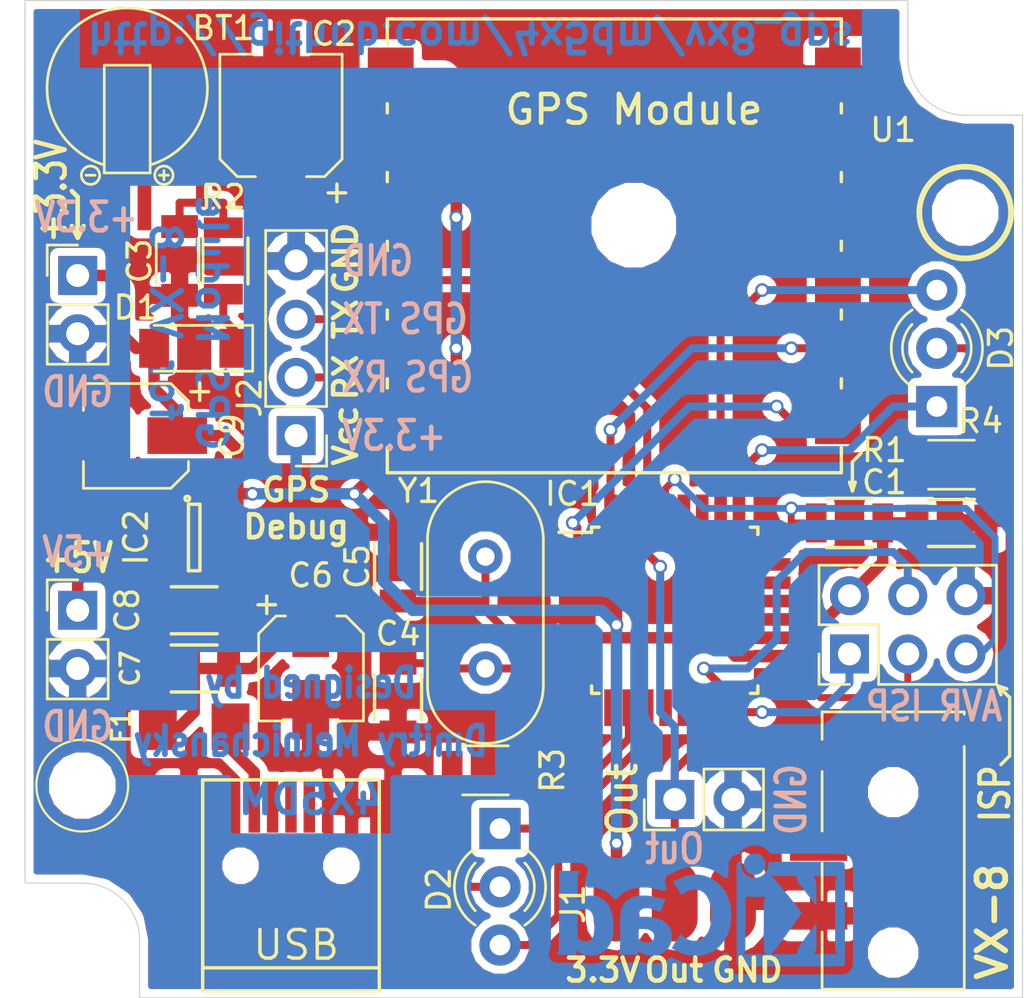
<source format=kicad_pcb>
(kicad_pcb (version 4) (host pcbnew 4.0.6)
  (layers (0 F.Cu signal) (31 B.Cu signal) (34 B.Paste user) (35 F.Paste user) (36 B.SilkS user) (37 F.SilkS user) (38 B.Mask user) (39 F.Mask user) (44 Edge.Cuts user))
  (net 0 "")
  (net 1 +5V)
  (net 2 GNDREF)
  (net 3 +3V3)
  (net 4 "Net-(CON1-Pad1)")
  (net 5 "Net-(CON1-Pad3)")
  (net 6 "Net-(CON1-Pad4)")
  (net 7 "Net-(CON2-Pad1)")
  (net 8 "Net-(D2-Pad2)")
  (net 9 /RESET)
  (net 10 /GPS_TX)
  (net 11 /TRX_RX)
  (net 12 /GPS_RX)
  (net 13 /V_BACKUP)
  (net 14 "Net-(C8-Pad1)")
  (net 15 "Net-(D2-Pad1)")
  (net 16 "Net-(D2-Pad3)")
  (net 17 /1PPS)
  (net 18 /3D_FIX)
  (net 19 "Net-(D1-Pad1)")
  (net 20 /XTAL1)
  (net 21 /XTAL2)
  (net 22 "Net-(D3-Pad1)")
  (net 23 "Net-(D3-Pad2)")
  (net 24 "Net-(D3-Pad3)")
  (module Mounting_Holes:MountingHole_2.2mm_M2 (layer F.Cu) (at 114.5 109.25)
    (fp_text reference MH1 hide)
    (fp_text value M2)
    (pad 1 np_thru_hole circle (at 0 0) (size 2.2 2.2) (drill 2.2) (layers *.Cu *.Mask))
  )
  (module Diodes_SMD:D_MiniMELF_Standard (layer F.Cu) (at 119.38 90.17 180)
    (fp_text reference D1 (at 2.54 1.778 360) (layer F.SilkS))
    (fp_text value 1N4148)
    (pad 1 smd rect (at -1.75 0 180) (size 1.3 1.7) (layers F.Cu F.Paste F.Mask) (net 19 "Net-(D1-Pad1)"))
    (pad 2 smd rect (at 1.75 0 180) (size 1.3 1.7) (layers F.Cu F.Paste F.Mask) (net 3 +3V3))
  )
  (module Connect:USB_Mini-B (layer F.Cu) (at 123.6 113.6 90)
    (fp_text reference CON2 hide)
    (fp_text value USB (at -2.605 0.225 180) (layer F.SilkS) (effects (font (size 1.25 1.25))))
    (pad 1 smd rect (at 3.44932 -1.6002 90) (size 2.30124 0.50038) (layers F.Cu F.Paste F.Mask) (net 7 "Net-(CON2-Pad1)"))
    (pad 2 smd rect (at 3.44932 -0.8001 90) (size 2.30124 0.50038) (layers F.Cu F.Paste F.Mask))
    (pad 3 smd rect (at 3.44932 0 90) (size 2.30124 0.50038) (layers F.Cu F.Paste F.Mask))
    (pad 4 smd rect (at 3.44932 0.8001 90) (size 2.30124 0.50038) (layers F.Cu F.Paste F.Mask))
    (pad 5 smd rect (at 3.44932 1.6002 90) (size 2.30124 0.50038) (layers F.Cu F.Paste F.Mask) (net 2 GNDREF))
    (pad 6 smd rect (at 3.35026 -4.45008 90) (size 2.49936 1.99898) (layers F.Cu F.Paste F.Mask) (net 2 GNDREF))
    (pad 6 smd rect (at -2.14884 -4.45008 90) (size 2.49936 1.99898) (layers F.Cu F.Paste F.Mask) (net 2 GNDREF))
    (pad 6 smd rect (at 3.35026 4.45008 90) (size 2.49936 1.99898) (layers F.Cu F.Paste F.Mask) (net 2 GNDREF))
    (pad 6 smd rect (at -2.14884 4.45008 90) (size 2.49936 1.99898) (layers F.Cu F.Paste F.Mask) (net 2 GNDREF))
    (pad "" np_thru_hole circle (at 0.8509 -2.19964 90) (size 0.89916 0.89916) (drill 0.89916) (layers *.Cu *.Mask F.SilkS))
    (pad "" np_thru_hole circle (at 0.8509 2.19964 90) (size 0.89916 0.89916) (drill 0.89916) (layers *.Cu *.Mask F.SilkS))
  )
  (module Housings_QFP:TQFP-32_7x7mm_Pitch0.8mm (layer F.Cu) (at 140.335 101.6)
    (fp_text reference IC1 (at -4.445 -5.08 180) (layer F.SilkS))
    (fp_text value ATMEGA328P-A)
    (pad 1 smd rect (at -4.25 -2.8) (size 1.6 0.55) (layers F.Cu F.Paste F.Mask) (net 17 /1PPS))
    (pad 2 smd rect (at -4.25 -2) (size 1.6 0.55) (layers F.Cu F.Paste F.Mask))
    (pad 3 smd rect (at -4.25 -1.2) (size 1.6 0.55) (layers F.Cu F.Paste F.Mask) (net 2 GNDREF))
    (pad 4 smd rect (at -4.25 -0.4) (size 1.6 0.55) (layers F.Cu F.Paste F.Mask) (net 3 +3V3))
    (pad 5 smd rect (at -4.25 0.4) (size 1.6 0.55) (layers F.Cu F.Paste F.Mask) (net 2 GNDREF))
    (pad 6 smd rect (at -4.25 1.2) (size 1.6 0.55) (layers F.Cu F.Paste F.Mask) (net 3 +3V3))
    (pad 7 smd rect (at -4.25 2) (size 1.6 0.55) (layers F.Cu F.Paste F.Mask) (net 21 /XTAL2))
    (pad 8 smd rect (at -4.25 2.8) (size 1.6 0.55) (layers F.Cu F.Paste F.Mask) (net 20 /XTAL1))
    (pad 9 smd rect (at -2.8 4.25 90) (size 1.6 0.55) (layers F.Cu F.Paste F.Mask))
    (pad 10 smd rect (at -2 4.25 90) (size 1.6 0.55) (layers F.Cu F.Paste F.Mask) (net 15 "Net-(D2-Pad1)"))
    (pad 11 smd rect (at -1.2 4.25 90) (size 1.6 0.55) (layers F.Cu F.Paste F.Mask) (net 16 "Net-(D2-Pad3)"))
    (pad 12 smd rect (at -0.4 4.25 90) (size 1.6 0.55) (layers F.Cu F.Paste F.Mask))
    (pad 13 smd rect (at 0.4 4.25 90) (size 1.6 0.55) (layers F.Cu F.Paste F.Mask))
    (pad 14 smd rect (at 1.2 4.25 90) (size 1.6 0.55) (layers F.Cu F.Paste F.Mask))
    (pad 15 smd rect (at 2 4.25 90) (size 1.6 0.55) (layers F.Cu F.Paste F.Mask) (net 6 "Net-(CON1-Pad4)"))
    (pad 16 smd rect (at 2.8 4.25 90) (size 1.6 0.55) (layers F.Cu F.Paste F.Mask) (net 4 "Net-(CON1-Pad1)"))
    (pad 17 smd rect (at 4.25 2.8) (size 1.6 0.55) (layers F.Cu F.Paste F.Mask) (net 5 "Net-(CON1-Pad3)"))
    (pad 18 smd rect (at 4.25 2) (size 1.6 0.55) (layers F.Cu F.Paste F.Mask) (net 3 +3V3))
    (pad 19 smd rect (at 4.25 1.2) (size 1.6 0.55) (layers F.Cu F.Paste F.Mask))
    (pad 20 smd rect (at 4.25 0.4) (size 1.6 0.55) (layers F.Cu F.Paste F.Mask) (net 3 +3V3))
    (pad 21 smd rect (at 4.25 -0.4) (size 1.6 0.55) (layers F.Cu F.Paste F.Mask) (net 2 GNDREF))
    (pad 22 smd rect (at 4.25 -1.2) (size 1.6 0.55) (layers F.Cu F.Paste F.Mask))
    (pad 23 smd rect (at 4.25 -2) (size 1.6 0.55) (layers F.Cu F.Paste F.Mask))
    (pad 24 smd rect (at 4.25 -2.8) (size 1.6 0.55) (layers F.Cu F.Paste F.Mask))
    (pad 25 smd rect (at 2.8 -4.25 90) (size 1.6 0.55) (layers F.Cu F.Paste F.Mask) (net 22 "Net-(D3-Pad1)"))
    (pad 26 smd rect (at 2 -4.25 90) (size 1.6 0.55) (layers F.Cu F.Paste F.Mask) (net 24 "Net-(D3-Pad3)"))
    (pad 27 smd rect (at 1.2 -4.25 90) (size 1.6 0.55) (layers F.Cu F.Paste F.Mask))
    (pad 28 smd rect (at 0.4 -4.25 90) (size 1.6 0.55) (layers F.Cu F.Paste F.Mask))
    (pad 29 smd rect (at -0.4 -4.25 90) (size 1.6 0.55) (layers F.Cu F.Paste F.Mask) (net 9 /RESET))
    (pad 30 smd rect (at -1.2 -4.25 90) (size 1.6 0.55) (layers F.Cu F.Paste F.Mask) (net 10 /GPS_TX))
    (pad 31 smd rect (at -2 -4.25 90) (size 1.6 0.55) (layers F.Cu F.Paste F.Mask) (net 11 /TRX_RX))
    (pad 32 smd rect (at -2.8 -4.25 90) (size 1.6 0.55) (layers F.Cu F.Paste F.Mask) (net 18 /3D_FIX))
  )
  (module TO_SOT_Packages_SMD:SOT-23-5 (layer F.Cu) (at 119.38 98.425)
    (fp_text reference IC2 (at -2.54 0 270) (layer F.SilkS))
    (fp_text value MIC5205-3.3BM5)
    (pad 1 smd rect (at -1.1 -0.95) (size 1.06 0.65) (layers F.Cu F.Paste F.Mask) (net 1 +5V))
    (pad 2 smd rect (at -1.1 0) (size 1.06 0.65) (layers F.Cu F.Paste F.Mask) (net 2 GNDREF))
    (pad 3 smd rect (at -1.1 0.95) (size 1.06 0.65) (layers F.Cu F.Paste F.Mask) (net 1 +5V))
    (pad 4 smd rect (at 1.1 0.95) (size 1.06 0.65) (layers F.Cu F.Paste F.Mask) (net 14 "Net-(C8-Pad1)"))
    (pad 5 smd rect (at 1.1 -0.95) (size 1.06 0.65) (layers F.Cu F.Paste F.Mask) (net 3 +3V3))
  )
  (module Capacitors_SMD:C_1206 (layer F.Cu) (at 152.4 97.79 180)
    (fp_text reference C1 (at 2.921 1.778 360) (layer F.SilkS))
    (fp_text value 0.1uF)
    (pad 1 smd rect (at -1.5 0 180) (size 1 1.6) (layers F.Cu F.Paste F.Mask) (net 2 GNDREF))
    (pad 2 smd rect (at 1.5 0 180) (size 1 1.6) (layers F.Cu F.Paste F.Mask) (net 3 +3V3))
  )
  (module Capacitors_SMD:C_1206 (layer F.Cu) (at 128.27 105.41 270)
    (fp_text reference C4 (at -2.794 0 540) (layer F.SilkS))
    (fp_text value 22pF)
    (pad 1 smd rect (at -1.5 0 270) (size 1 1.6) (layers F.Cu F.Paste F.Mask) (net 20 /XTAL1))
    (pad 2 smd rect (at 1.5 0 270) (size 1 1.6) (layers F.Cu F.Paste F.Mask) (net 2 GNDREF))
  )
  (module Capacitors_SMD:C_1206 (layer F.Cu) (at 128.27 99.695 90)
    (fp_text reference C5 (at 0 -1.778 270) (layer F.SilkS))
    (fp_text value 22pF)
    (pad 1 smd rect (at -1.5 0 90) (size 1 1.6) (layers F.Cu F.Paste F.Mask) (net 21 /XTAL2))
    (pad 2 smd rect (at 1.5 0 90) (size 1 1.6) (layers F.Cu F.Paste F.Mask) (net 2 GNDREF))
  )
  (module Capacitors_SMD:C_1206 (layer F.Cu) (at 119.38 104.14 180)
    (fp_text reference C7 (at 2.794 0 270) (layer F.SilkS) (effects (font (size 0.8 0.8))))
    (fp_text value 0.1uF)
    (pad 1 smd rect (at -1.5 0 180) (size 1 1.6) (layers F.Cu F.Paste F.Mask) (net 1 +5V))
    (pad 2 smd rect (at 1.5 0 180) (size 1 1.6) (layers F.Cu F.Paste F.Mask) (net 2 GNDREF))
  )
  (module Capacitors_SMD:C_1206 (layer F.Cu) (at 119.38 101.6 180)
    (fp_text reference C8 (at 2.921 0 270) (layer F.SilkS))
    (fp_text value 470pF)
    (pad 1 smd rect (at -1.5 0 180) (size 1 1.6) (layers F.Cu F.Paste F.Mask) (net 14 "Net-(C8-Pad1)"))
    (pad 2 smd rect (at 1.5 0 180) (size 1 1.6) (layers F.Cu F.Paste F.Mask) (net 2 GNDREF))
  )
  (module Fuse_Holders_and_Fuses:Fuse_SMD1206_Wave (layer F.Cu) (at 119.38 106.68 180)
    (fp_text reference F1 (at 3.175 0 270) (layer F.SilkS) (effects (font (size 0.8 0.8))))
    (fp_text value 0.25A hide)
    (pad 1 smd rect (at -1.58496 0 270) (size 2.02946 1.651) (layers F.Cu F.Paste F.Mask) (net 7 "Net-(CON2-Pad1)"))
    (pad 2 smd rect (at 1.58496 0 270) (size 2.02946 1.651) (layers F.Cu F.Paste F.Mask) (net 1 +5V))
  )
  (module Resistors_SMD:R_1206 (layer F.Cu) (at 120.65 86.36 270)
    (fp_text reference R2 (at -2.794 0 360) (layer F.SilkS))
    (fp_text value 1K)
    (pad 1 smd rect (at -1.45 0 270) (size 0.9 1.7) (layers F.Cu F.Paste F.Mask) (net 13 /V_BACKUP))
    (pad 2 smd rect (at 1.45 0 270) (size 0.9 1.7) (layers F.Cu F.Paste F.Mask) (net 19 "Net-(D1-Pad1)"))
  )
  (module Resistors_SMD:R_1206 (layer F.Cu) (at 147.955 97.79)
    (fp_text reference R1 (at 1.524 -3.175 180) (layer F.SilkS))
    (fp_text value 10K)
    (pad 1 smd rect (at -1.45 0) (size 0.9 1.7) (layers F.Cu F.Paste F.Mask) (net 9 /RESET))
    (pad 2 smd rect (at 1.45 0) (size 0.9 1.7) (layers F.Cu F.Paste F.Mask) (net 3 +3V3))
  )
  (module Capacitors_SMD:C_1206 (layer F.Cu) (at 118.745 86.36 90)
    (fp_text reference C3 (at 0 -1.75 90) (layer F.SilkS))
    (fp_text value 0.1uF)
    (pad 1 smd rect (at -1.5 0 90) (size 1 1.6) (layers F.Cu F.Paste F.Mask) (net 2 GNDREF))
    (pad 2 smd rect (at 1.5 0 90) (size 1 1.6) (layers F.Cu F.Paste F.Mask) (net 13 /V_BACKUP))
  )
  (module Capacitors_SMD:CP_Elec_4x4.5 (layer F.Cu) (at 124.46 104.14 270)
    (fp_text reference C6 (at -4.064 0 540) (layer F.SilkS))
    (fp_text value 22uF)
    (fp_text user + (at -2.78 1.99 450) (layer F.SilkS))
    (pad 1 smd rect (at -1.8 0 90) (size 2.6 1.6) (layers F.Cu F.Paste F.Mask) (net 1 +5V))
    (pad 2 smd rect (at 1.8 0 90) (size 2.6 1.6) (layers F.Cu F.Paste F.Mask) (net 2 GNDREF))
  )
  (module Capacitors_SMD:CP_Elec_4x4.5 (layer F.Cu) (at 116.84 93.98 180)
    (fp_text reference C9 (at -4.191 0 450) (layer F.SilkS))
    (fp_text value 47uF)
    (fp_text user + (at -2.78 1.99 360) (layer F.SilkS))
    (pad 1 smd rect (at -1.8 0) (size 2.6 1.6) (layers F.Cu F.Paste F.Mask) (net 3 +3V3))
    (pad 2 smd rect (at 1.8 0) (size 2.6 1.6) (layers F.Cu F.Paste F.Mask) (net 2 GNDREF))
  )
  (module Pin_Headers:Pin_Header_Straight_2x03_Pitch2.54mm (layer F.Cu) (at 147.955 103.505 90)
    (fp_text reference CON1 hide)
    (fp_text value AVR-ISP)
    (pad 1 thru_hole rect (at 0 0 90) (size 1.7 1.7) (drill 1) (layers *.Cu *.Mask) (net 4 "Net-(CON1-Pad1)"))
    (pad 2 thru_hole oval (at 2.54 0 90) (size 1.7 1.7) (drill 1) (layers *.Cu *.Mask) (net 3 +3V3))
    (pad 3 thru_hole oval (at 0 2.54 90) (size 1.7 1.7) (drill 1) (layers *.Cu *.Mask) (net 5 "Net-(CON1-Pad3)"))
    (pad 4 thru_hole oval (at 2.54 2.54 90) (size 1.7 1.7) (drill 1) (layers *.Cu *.Mask) (net 6 "Net-(CON1-Pad4)"))
    (pad 5 thru_hole oval (at 0 5.08 90) (size 1.7 1.7) (drill 1) (layers *.Cu *.Mask) (net 9 /RESET))
    (pad 6 thru_hole oval (at 2.54 5.08 90) (size 1.7 1.7) (drill 1) (layers *.Cu *.Mask) (net 2 GNDREF))
  )
  (module LEDs:LED_D3.0mm-3 (layer F.Cu) (at 132.715 111.125 270)
    (fp_text reference D2 (at 2.667 2.667 270) (layer F.SilkS))
    (fp_text value "RG LED")
    (pad 1 thru_hole rect (at 0 0 270) (size 1.8 1.8) (drill 0.9) (layers *.Cu *.Mask) (net 15 "Net-(D2-Pad1)"))
    (pad 2 thru_hole circle (at 2.54 0 270) (size 1.8 1.8) (drill 0.9) (layers *.Cu *.Mask) (net 8 "Net-(D2-Pad2)"))
    (pad 3 thru_hole circle (at 5.08 0 270) (size 1.8 1.8) (drill 0.9) (layers *.Cu *.Mask) (net 16 "Net-(D2-Pad3)"))
  )
  (module Pin_Headers:Pin_Header_Straight_1x04_Pitch2.54mm (layer F.Cu) (at 123.825 93.98 180)
    (fp_text reference J2 (at 2.032 1.651 270) (layer F.SilkS))
    (fp_text value "GPS Debug")
    (pad 1 thru_hole rect (at 0 0 180) (size 1.7 1.7) (drill 1) (layers *.Cu *.Mask) (net 3 +3V3))
    (pad 2 thru_hole oval (at 0 2.54 180) (size 1.7 1.7) (drill 1) (layers *.Cu *.Mask) (net 12 /GPS_RX))
    (pad 3 thru_hole oval (at 0 5.08 180) (size 1.7 1.7) (drill 1) (layers *.Cu *.Mask) (net 10 /GPS_TX))
    (pad 4 thru_hole oval (at 0 7.62 180) (size 1.7 1.7) (drill 1) (layers *.Cu *.Mask) (net 2 GNDREF))
  )
  (module Pin_Headers:Pin_Header_Straight_1x02_Pitch2.54mm (layer F.Cu) (at 140.335 109.855 90)
    (fp_text reference P2 hide)
    (fp_text value "uC Out")
    (pad 1 thru_hole rect (at 0 0 90) (size 1.7 1.7) (drill 1) (layers *.Cu *.Mask) (net 11 /TRX_RX))
    (pad 2 thru_hole oval (at 0 2.54 90) (size 1.7 1.7) (drill 1) (layers *.Cu *.Mask) (net 2 GNDREF))
  )
  (module Pin_Headers:Pin_Header_Straight_1x02_Pitch2.54mm (layer F.Cu) (at 114.3 86.995)
    (fp_text reference P3 hide)
    (fp_text value 3.3V)
    (pad 1 thru_hole rect (at 0 0) (size 1.7 1.7) (drill 1) (layers *.Cu *.Mask) (net 3 +3V3))
    (pad 2 thru_hole oval (at 0 2.54) (size 1.7 1.7) (drill 1) (layers *.Cu *.Mask) (net 2 GNDREF))
  )
  (module Pin_Headers:Pin_Header_Straight_1x02_Pitch2.54mm (layer F.Cu) (at 114.3 101.6)
    (fp_text reference P4 hide)
    (fp_text value 5V)
    (pad 1 thru_hole rect (at 0 0) (size 1.7 1.7) (drill 1) (layers *.Cu *.Mask) (net 1 +5V))
    (pad 2 thru_hole oval (at 0 2.54) (size 1.7 1.7) (drill 1) (layers *.Cu *.Mask) (net 2 GNDREF))
  )
  (module custom_kicad_footprints:Seiko_MS621FE-FL11E_Battery (layer F.Cu) (at 116.459 83.82 270)
    (fp_text reference BT1 (at -7.62 -4.191 540) (layer F.SilkS))
    (fp_text value MS621FE)
    (pad 2 smd rect (at 0.05 0.75 270) (size 2.3 0.6) (layers F.Cu F.Paste F.Mask) (net 2 GNDREF))
    (pad 1 smd rect (at 0 -0.75 270) (size 2.4 0.6) (layers F.Cu F.Paste F.Mask) (net 13 /V_BACKUP))
  )
  (module custom_kicad_footprints:PJ320D_3.5mm_Jack_Short (layer F.Cu) (at 149.86 111.76 90)
    (fp_text reference CON3 hide)
    (fp_text value "Yaesu VX-8")
    (pad 4 smd rect (at 4.925 3.25 90) (size 1.2 2.5) (layers F.Cu F.Paste F.Mask) (net 2 GNDREF))
    (pad 1 smd rect (at 3.825 -3.25 90) (size 1.2 2.5) (layers F.Cu F.Paste F.Mask) (net 11 /TRX_RX))
    (pad 2 smd rect (at -0.175 -3.25 90) (size 1.2 2.5) (layers F.Cu F.Paste F.Mask))
    (pad 3 smd rect (at -3.175 -3.25 90) (size 1.2 2.5) (layers F.Cu F.Paste F.Mask) (net 2 GNDREF))
    (pad "" np_thru_hole circle (at -4.775 0 90) (size 1.5 1.5) (drill 1.5) (layers *.Cu *.Mask))
    (pad "" np_thru_hole circle (at 2.225 0 90) (size 1.5 1.5) (drill 1.5) (layers *.Cu *.Mask))
  )
  (module Resistors_SMD:R_1206 (layer F.Cu) (at 132.08 108.585)
    (fp_text reference R3 (at 2.921 0 90) (layer F.SilkS))
    (fp_text value 330)
    (pad 1 smd rect (at -1.45 0) (size 0.9 1.7) (layers F.Cu F.Paste F.Mask) (net 8 "Net-(D2-Pad2)"))
    (pad 2 smd rect (at 1.45 0) (size 0.9 1.7) (layers F.Cu F.Paste F.Mask) (net 2 GNDREF))
  )
  (module custom_kicad_footprints:Connection_Pads_03 (layer F.Cu) (at 140.335 114.3)
    (fp_text reference J1 (at -4.445 0.127 90) (layer F.SilkS))
    (fp_text value "VX-8 Pins")
    (pad 1 smd oval (at -2.54 0) (size 2 3.5) (layers F.Cu F.Paste F.Mask) (net 3 +3V3))
    (pad 2 smd oval (at 0 0) (size 2 3.5) (layers F.Cu F.Paste F.Mask) (net 11 /TRX_RX))
    (pad 3 smd oval (at 2.54 0) (size 2 3.5) (layers F.Cu F.Paste F.Mask) (net 2 GNDREF))
  )
  (module Capacitors_SMD:CP_Elec_5x5.3 (layer F.Cu) (at 123.19 80.01 90)
    (fp_text reference C2 (at 3.556 2.286 180) (layer F.SilkS))
    (fp_text value 220uF)
    (fp_text user + (at -3.38 2.34 90) (layer F.SilkS))
    (pad 1 smd rect (at -2.2 0 270) (size 3 1.6) (layers F.Cu F.Paste F.Mask) (net 13 /V_BACKUP))
    (pad 2 smd rect (at 2.2 0 270) (size 3 1.6) (layers F.Cu F.Paste F.Mask) (net 2 GNDREF))
  )
  (module Crystals:Crystal_HC49-4H_Vertical (layer F.Cu) (at 132.08 104.14 90)
    (fp_text reference Y1 (at 7.747 -2.921 180) (layer F.SilkS))
    (fp_text value 7.3728MHz)
    (pad 1 thru_hole circle (at 0 0 90) (size 1.5 1.5) (drill 0.8) (layers *.Cu *.Mask) (net 20 /XTAL1))
    (pad 2 thru_hole circle (at 4.88 0 90) (size 1.5 1.5) (drill 0.8) (layers *.Cu *.Mask) (net 21 /XTAL2))
  )
  (module LEDs:LED_D3.0mm-3 (layer F.Cu) (at 151.765 92.71 90)
    (fp_text reference D3 (at 2.54 2.794 90) (layer F.SilkS))
    (fp_text value "RG LED")
    (pad 1 thru_hole rect (at 0 0 90) (size 1.8 1.8) (drill 0.9) (layers *.Cu *.Mask) (net 22 "Net-(D3-Pad1)"))
    (pad 2 thru_hole circle (at 2.54 0 90) (size 1.8 1.8) (drill 0.9) (layers *.Cu *.Mask) (net 23 "Net-(D3-Pad2)"))
    (pad 3 thru_hole circle (at 5.08 0 90) (size 1.8 1.8) (drill 0.9) (layers *.Cu *.Mask) (net 24 "Net-(D3-Pad3)"))
  )
  (module Resistors_SMD:R_1206 (layer F.Cu) (at 152.4 95.25 180)
    (fp_text reference R4 (at -1.27 1.905 360) (layer F.SilkS))
    (fp_text value 330)
    (pad 1 smd rect (at -1.45 0 180) (size 0.9 1.7) (layers F.Cu F.Paste F.Mask) (net 23 "Net-(D3-Pad2)"))
    (pad 2 smd rect (at 1.45 0 180) (size 0.9 1.7) (layers F.Cu F.Paste F.Mask) (net 2 GNDREF))
  )
  (module Mounting_Holes:MountingHole_2.2mm_M2 (layer F.Cu) (at 153 84.25)
    (fp_text reference MH2 hide)
    (fp_text value M2)
    (pad 1 np_thru_hole circle (at 0 0) (size 2.2 2.2) (drill 2.2) (layers *.Cu *.Mask))
  )
  (module custom_kicad_footprints:Gms-g9_GNSS_Module (layer F.Cu) (at 137.7 85.7)
    (fp_text reference U1 (at 12.16 -5.055 180) (layer F.SilkS))
    (fp_text value Gms-g9_GNSS_Module)
    (pad 7 smd rect (at 9.75 7.5) (size 2 2.3) (layers F.Cu F.Paste F.Mask) (net 17 /1PPS))
    (pad 8 smd rect (at 9.75 4.5) (size 2 2.3) (layers F.Cu F.Paste F.Mask) (net 18 /3D_FIX))
    (pad 9 smd rect (at 9.75 1.5) (size 2 2.3) (layers F.Cu F.Paste F.Mask))
    (pad 10 smd rect (at 9.75 -1.5) (size 2 2.3) (layers F.Cu F.Paste F.Mask))
    (pad 11 smd rect (at 9.75 -4.5) (size 2 2.3) (layers F.Cu F.Paste F.Mask))
    (pad 12 smd rect (at 9.75 -7.5) (size 2 2.3) (layers F.Cu F.Paste F.Mask) (net 2 GNDREF))
    (pad 6 smd rect (at -9.75 7.5) (size 2 2.3) (layers F.Cu F.Paste F.Mask) (net 3 +3V3))
    (pad 5 smd rect (at -9.75 4.5) (size 2 2.3) (layers F.Cu F.Paste F.Mask) (net 12 /GPS_RX))
    (pad 4 smd rect (at -9.75 1.5) (size 2 2.3) (layers F.Cu F.Paste F.Mask) (net 10 /GPS_TX))
    (pad 3 smd rect (at -9.75 -1.5) (size 2 2.3) (layers F.Cu F.Paste F.Mask) (net 13 /V_BACKUP))
    (pad 2 smd rect (at -9.75 -4.5) (size 2 2.3) (layers F.Cu F.Paste F.Mask) (net 2 GNDREF))
    (pad "" np_thru_hole circle (at 0.85 -0.9) (size 3 3) (drill 3) (layers *.Cu *.Mask))
    (pad 1 smd rect (at -9.75 -7.5) (size 2 2.3) (layers F.Cu F.Paste F.Mask) (net 3 +3V3))
  )
  (module custom_kicad_footprints:KiCad-Logo_Copper (layer B.Cu) (at 141.478 115.189 180)
    (fp_text reference REF*** hide)
    (fp_text value KiCad-Logo_Copper hide)
    (fp_poly (pts (xy -2.9464 2.510946) (xy -2.935535 2.397007) (xy -2.903918 2.289384) (xy -2.853015 2.190385) (xy -2.784293 2.102316) (xy -2.699219 2.027484) (xy -2.602232 1.969616) (xy -2.495964 1.929995) (xy -2.38895 1.911427) (xy -2.2833 1.912566) (xy -2.181125 1.93207) (xy -2.084534 1.968594) (xy -1.995638 2.020795) (xy -1.916546 2.087327) (xy -1.849369 2.166848) (xy -1.796217 2.258013) (xy -1.759199 2.359477) (xy -1.740427 2.469898) (xy -1.738489 2.519794) (xy -1.738489 2.607733) (xy -1.68656 2.607733) (xy -1.650253 2.604889) (xy -1.623355 2.593089) (xy -1.596249 2.569351) (xy -1.557867 2.530969) (xy -1.557867 0.339398) (xy -1.557876 0.077261) (xy -1.557908 -0.163241) (xy -1.557972 -0.383048) (xy -1.558076 -0.583101) (xy -1.558227 -0.764344) (xy -1.558434 -0.927716) (xy -1.558706 -1.07416) (xy -1.55905 -1.204617) (xy -1.559474 -1.320029) (xy -1.559987 -1.421338) (xy -1.560597 -1.509484) (xy -1.561312 -1.58541) (xy -1.56214 -1.650057) (xy -1.563089 -1.704367) (xy -1.564167 -1.74928) (xy -1.565383 -1.78574) (xy -1.566745 -1.814687) (xy -1.568261 -1.837063) (xy -1.569938 -1.853809) (xy -1.571786 -1.865868) (xy -1.573813 -1.87418) (xy -1.576025 -1.879687) (xy -1.577108 -1.881537) (xy -1.581271 -1.888549) (xy -1.584805 -1.894996) (xy -1.588635 -1.9009) (xy -1.593682 -1.906286) (xy -1.600871 -1.911178) (xy -1.611123 -1.915598) (xy -1.625364 -1.919572) (xy -1.644514 -1.923121) (xy -1.669499 -1.92627) (xy -1.70124 -1.929042) (xy -1.740662 -1.931461) (xy -1.788686 -1.933551) (xy -1.846237 -1.935335) (xy -1.914237 -1.936837) (xy -1.99361 -1.93808) (xy -2.085279 -1.939089) (xy -2.190166 -1.939885) (xy -2.309196 -1.940494) (xy -2.44329 -1.940939) (xy -2.593373 -1.941243) (xy -2.760367 -1.94143) (xy -2.945196 -1.941524) (xy -3.148783 -1.941548) (xy -3.37205 -1.941525) (xy -3.615922 -1.94148) (xy -3.881321 -1.941437) (xy -3.919704 -1.941432) (xy -4.186682 -1.941389) (xy -4.432002 -1.941318) (xy -4.656583 -1.941213) (xy -4.861345 -1.941066) (xy -5.047206 -1.940869) (xy -5.215088 -1.940616) (xy -5.365908 -1.9403) (xy -5.500587 -1.939913) (xy -5.620044 -1.939447) (xy -5.725199 -1.938897) (xy -5.816971 -1.938253) (xy -5.896279 -1.937511) (xy -5.964043 -1.936661) (xy -6.021182 -1.935697) (xy -6.068617 -1.934611) (xy -6.107266 -1.933397) (xy -6.138049 -1.932047) (xy -6.161885 -1.930555) (xy -6.179694 -1.928911) (xy -6.192395 -1.927111) (xy -6.200908 -1.925145) (xy -6.205266 -1.923477) (xy -6.213728 -1.919906) (xy -6.221497 -1.91727) (xy -6.228602 -1.914634) (xy -6.235073 -1.911062) (xy -6.240939 -1.905621) (xy -6.246229 -1.897375) (xy -6.250974 -1.88539) (xy -6.255202 -1.868731) (xy -6.258943 -1.846463) (xy -6.262227 -1.817652) (xy -6.265083 -1.781363) (xy -6.26754 -1.736661) (xy -6.269629 -1.682611) (xy -6.271378 -1.618279) (xy -6.272817 -1.54273) (xy -6.273976 -1.45503) (xy -6.274883 -1.354243) (xy -6.275569 -1.239434) (xy -6.276063 -1.10967) (xy -6.276395 -0.964015) (xy -6.276593 -0.801535) (xy -6.276687 -0.621295) (xy -6.276708 -0.42236) (xy -6.276685 -0.203796) (xy -6.276646 0.035332) (xy -6.276622 0.29596) (xy -6.276622 0.338111) (xy -6.276636 0.601008) (xy -6.276661 0.842268) (xy -6.276671 1.062835) (xy -6.276642 1.263648) (xy -6.276548 1.445651) (xy -6.276362 1.609784) (xy -6.276059 1.756989) (xy -6.275614 1.888208) (xy -6.275034 1.998133) (xy -5.972197 1.998133) (xy -5.932407 1.940289) (xy -5.921236 1.924521) (xy -5.911166 1.910559) (xy -5.902138 1.897216) (xy -5.894097 1.883307) (xy -5.886986 1.867644) (xy -5.880747 1.849042) (xy -5.875325 1.826314) (xy -5.870662 1.798273) (xy -5.866701 1.763733) (xy -5.863385 1.721508) (xy -5.860659 1.670411) (xy -5.858464 1.609256) (xy -5.856745 1.536856) (xy -5.855444 1.452025) (xy -5.854505 1.353578) (xy -5.85387 1.240326) (xy -5.853484 1.111084) (xy -5.853288 0.964666) (xy -5.853227 0.799884) (xy -5.853243 0.615553) (xy -5.85328 0.410487) (xy -5.853289 0.287867) (xy -5.853265 0.070918) (xy -5.853231 -0.124642) (xy -5.853243 -0.299999) (xy -5.853358 -0.456341) (xy -5.85363 -0.594857) (xy -5.854118 -0.716734) (xy -5.854876 -0.82316) (xy -5.855962 -0.915322) (xy -5.857431 -0.994409) (xy -5.85934 -1.061608) (xy -5.861744 -1.118107) (xy -5.864701 -1.165093) (xy -5.868266 -1.203755) (xy -5.872495 -1.23528) (xy -5.877446 -1.260855) (xy -5.883173 -1.28167) (xy -5.889733 -1.298911) (xy -5.897183 -1.313765) (xy -5.905579 -1.327422) (xy -5.914976 -1.341069) (xy -5.925432 -1.355893) (xy -5.931523 -1.364783) (xy -5.970296 -1.4224) (xy -5.438732 -1.4224) (xy -5.315483 -1.422365) (xy -5.212987 -1.422215) (xy -5.12942 -1.421878) (xy -5.062956 -1.421286) (xy -5.011771 -1.420367) (xy -4.974041 -1.419051) (xy -4.94794 -1.417269) (xy -4.931644 -1.414951) (xy -4.923328 -1.412026) (xy -4.921168 -1.408424) (xy -4.923339 -1.404075) (xy -4.924535 -1.402645) (xy -4.949685 -1.365573) (xy -4.975583 -1.312772) (xy -4.999192 -1.25077) (xy -5.007461 -1.224357) (xy -5.012078 -1.206416) (xy -5.015979 -1.185355) (xy -5.019248 -1.159089) (xy -5.021966 -1.125532) (xy -5.024215 -1.082599) (xy -5.026077 -1.028204) (xy -5.027636 -0.960262) (xy -5.028972 -0.876688) (xy -5.030169 -0.775395) (xy -5.031308 -0.6543) (xy -5.031685 -0.6096) (xy -5.032702 -0.484449) (xy -5.03346 -0.380082) (xy -5.033903 -0.294707) (xy -5.03397 -0.226533) (xy -5.033605 -0.173765) (xy -5.032748 -0.134614) (xy -5.031341 -0.107285) (xy -5.029325 -0.089986) (xy -5.026643 -0.080926) (xy -5.023236 -0.078312) (xy -5.019044 -0.080351) (xy -5.014571 -0.084667) (xy -5.004216 -0.097602) (xy -4.982158 -0.126676) (xy -4.949957 -0.169759) (xy -4.909174 -0.224718) (xy -4.86137 -0.289423) (xy -4.808105 -0.361742) (xy -4.75094 -0.439544) (xy -4.691437 -0.520698) (xy -4.631155 -0.603072) (xy -4.571655 -0.684536) (xy -4.514498 -0.762957) (xy -4.461245 -0.836204) (xy -4.413457 -0.902147) (xy -4.372693 -0.958654) (xy -4.340516 -1.003593) (xy -4.318485 -1.034834) (xy -4.313917 -1.041466) (xy -4.290996 -1.078369) (xy -4.264188 -1.126359) (xy -4.238789 -1.175897) (xy -4.235568 -1.182577) (xy -4.21389 -1.230772) (xy -4.201304 -1.268334) (xy -4.195574 -1.30416) (xy -4.194456 -1.3462) (xy -4.19509 -1.4224) (xy -3.040651 -1.4224) (xy -3.131815 -1.328669) (xy -3.178612 -1.278775) (xy -3.228899 -1.222295) (xy -3.274944 -1.168026) (xy -3.295369 -1.142673) (xy -3.325807 -1.103128) (xy -3.365862 -1.049916) (xy -3.414361 -0.984667) (xy -3.470135 -0.909011) (xy -3.532011 -0.824577) (xy -3.598819 -0.732994) (xy -3.669387 -0.635892) (xy -3.742545 -0.534901) (xy -3.817121 -0.43165) (xy -3.891944 -0.327768) (xy -3.965843 -0.224885) (xy -4.037646 -0.124631) (xy -4.106184 -0.028636) (xy -4.170284 0.061473) (xy -4.228775 0.144064) (xy -4.280486 0.217508) (xy -4.324247 0.280176) (xy -4.358885 0.330439) (xy -4.38323 0.366666) (xy -4.396111 0.387229) (xy -4.397869 0.391332) (xy -4.38991 0.402658) (xy -4.369115 0.429838) (xy -4.336847 0.471171) (xy -4.29447 0.524956) (xy -4.243347 0.589494) (xy -4.184841 0.663082) (xy -4.120314 0.744022) (xy -4.051131 0.830612) (xy -3.978653 0.921152) (xy -3.904246 1.01394) (xy -3.844517 1.088298) (xy -2.833511 1.088298) (xy -2.827602 1.075341) (xy -2.813272 1.053092) (xy -2.812225 1.051609) (xy -2.793438 1.021456) (xy -2.773791 0.984625) (xy -2.769892 0.976489) (xy -2.766356 0.96806) (xy -2.76323 0.957941) (xy -2.760486 0.94474) (xy -2.758092 0.927062) (xy -2.756019 0.903516) (xy -2.754235 0.872707) (xy -2.752712 0.833243) (xy -2.751419 0.783731) (xy -2.750326 0.722777) (xy -2.749403 0.648989) (xy -2.748619 0.560972) (xy -2.747945 0.457335) (xy -2.74735 0.336684) (xy -2.746805 0.197626) (xy -2.746279 0.038768) (xy -2.745745 -0.140089) (xy -2.745206 -0.325207) (xy -2.744772 -0.489145) (xy -2.744509 -0.633303) (xy -2.744484 -0.759079) (xy -2.744765 -0.867871) (xy -2.745419 -0.961077) (xy -2.746514 -1.040097) (xy -2.748118 -1.106328) (xy -2.750297 -1.16117) (xy -2.753119 -1.206021) (xy -2.756651 -1.242278) (xy -2.760961 -1.271341) (xy -2.766117 -1.294609) (xy -2.772185 -1.313479) (xy -2.779233 -1.329351) (xy -2.787329 -1.343622) (xy -2.79654 -1.357691) (xy -2.80504 -1.370158) (xy -2.822176 -1.396452) (xy -2.832322 -1.414037) (xy -2.833511 -1.417257) (xy -2.822604 -1.418334) (xy -2.791411 -1.419335) (xy -2.742223 -1.420235) (xy -2.677333 -1.42101) (xy -2.59903 -1.421637) (xy -2.509607 -1.422091) (xy -2.411356 -1.422349) (xy -2.342445 -1.4224) (xy -2.237452 -1.42218) (xy -2.14061 -1.421548) (xy -2.054107 -1.420549) (xy -1.980132 -1.419227) (xy -1.920874 -1.417626) (xy -1.87852 -1.415791) (xy -1.85526 -1.413765) (xy -1.851378 -1.412493) (xy -1.859076 -1.397591) (xy -1.867074 -1.38956) (xy -1.880246 -1.372434) (xy -1.897485 -1.342183) (xy -1.909407 -1.317622) (xy -1.936045 -1.258711) (xy -1.93912 -0.081845) (xy -1.942195 1.095022) (xy -2.387853 1.095022) (xy -2.48567 1.094858) (xy -2.576064 1.094389) (xy -2.65663 1.093653) (xy -2.724962 1.092684) (xy -2.778656 1.09152) (xy -2.815305 1.090197) (xy -2.832504 1.088751) (xy -2.833511 1.088298) (xy -3.844517 1.088298) (xy -3.82927 1.107278) (xy -3.75509 1.199463) (xy -3.683069 1.288796) (xy -3.614569 1.373576) (xy -3.550955 1.452102) (xy -3.493588 1.522674) (xy -3.443833 1.583591) (xy -3.403052 1.633153) (xy -3.385888 1.653822) (xy -3.299596 1.754484) (xy -3.222997 1.837741) (xy -3.154183 1.905562) (xy -3.091248 1.959911) (xy -3.081867 1.967278) (xy -3.042356 1.997883) (xy -4.174116 1.998133) (xy -4.168827 1.950156) (xy -4.17213 1.892812) (xy -4.193661 1.824537) (xy -4.233635 1.744788) (xy -4.278943 1.672505) (xy -4.295161 1.64986) (xy -4.323214 1.612304) (xy -4.36143 1.561979) (xy -4.408137 1.501027) (xy -4.461661 1.431589) (xy -4.520331 1.355806) (xy -4.582475 1.27582) (xy -4.646421 1.193772) (xy -4.710495 1.111804) (xy -4.773027 1.032057) (xy -4.832343 0.956673) (xy -4.886771 0.887793) (xy -4.934639 0.827558) (xy -4.974275 0.778111) (xy -5.004006 0.741592) (xy -5.022161 0.720142) (xy -5.02522 0.716844) (xy -5.028079 0.724851) (xy -5.030293 0.755145) (xy -5.031857 0.807444) (xy -5.032767 0.881469) (xy -5.03302 0.976937) (xy -5.032613 1.093566) (xy -5.031704 1.213555) (xy -5.030382 1.345667) (xy -5.028857 1.457406) (xy -5.026881 1.550975) (xy -5.024206 1.628581) (xy -5.020582 1.692426) (xy -5.015761 1.744717) (xy -5.009494 1.787656) (xy -5.001532 1.823449) (xy -4.991627 1.8543) (xy -4.979531 1.882414) (xy -4.964993 1.909995) (xy -4.950311 1.935034) (xy -4.912314 1.998133) (xy -5.972197 1.998133) (xy -6.275034 1.998133) (xy -6.275001 2.004383) (xy -6.274195 2.106456) (xy -6.27317 2.195367) (xy -6.2719 2.272059) (xy -6.27036 2.337473) (xy -6.268524 2.392551) (xy -6.266367 2.438235) (xy -6.263863 2.475466) (xy -6.260987 2.505187) (xy -6.257713 2.528338) (xy -6.254015 2.545861) (xy -6.249869 2.558699) (xy -6.245247 2.567792) (xy -6.240126 2.574082) (xy -6.234478 2.578512) (xy -6.228279 2.582022) (xy -6.221504 2.585555) (xy -6.215508 2.589124) (xy -6.210275 2.5917) (xy -6.202099 2.594028) (xy -6.189886 2.596122) (xy -6.172541 2.597993) (xy -6.148969 2.599653) (xy -6.118077 2.601116) (xy -6.078768 2.602392) (xy -6.02995 2.603496) (xy -5.970527 2.604439) (xy -5.899404 2.605233) (xy -5.815488 2.605891) (xy -5.717683 2.606425) (xy -5.604894 2.606847) (xy -5.476029 2.607171) (xy -5.329991 2.607408) (xy -5.165686 2.60757) (xy -4.98202 2.60767) (xy -4.777897 2.60772) (xy -4.566753 2.607733) (xy -2.9464 2.607733) (xy -2.9464 2.510946)) (layer B.Cu) (width 0.01))
    (fp_poly (pts (xy 0.328429 2.050929) (xy 0.48857 2.029755) (xy 0.65251 1.989615) (xy 0.822313 1.930111) (xy 1.000043 1.850846) (xy 1.01131 1.845301) (xy 1.069005 1.817275) (xy 1.120552 1.793198) (xy 1.162191 1.774751) (xy 1.190162 1.763614) (xy 1.199733 1.761067) (xy 1.21895 1.756059) (xy 1.223561 1.751853) (xy 1.218458 1.74142) (xy 1.202418 1.715132) (xy 1.177288 1.675743) (xy 1.144914 1.626009) (xy 1.107143 1.568685) (xy 1.065822 1.506524) (xy 1.022798 1.442282) (xy 0.979917 1.378715) (xy 0.939026 1.318575) (xy 0.901971 1.26462) (xy 0.8706 1.219603) (xy 0.846759 1.186279) (xy 0.832294 1.167403) (xy 0.830309 1.165213) (xy 0.820191 1.169862) (xy 0.79785 1.187038) (xy 0.76728 1.21356) (xy 0.751536 1.228036) (xy 0.655047 1.303318) (xy 0.548336 1.358759) (xy 0.432832 1.393859) (xy 0.309962 1.40812) (xy 0.240561 1.406949) (xy 0.119423 1.389788) (xy 0.010205 1.353906) (xy -0.087418 1.299041) (xy -0.173772 1.22493) (xy -0.249185 1.131312) (xy -0.313982 1.017924) (xy -0.351399 0.931333) (xy -0.395252 0.795634) (xy -0.427572 0.64815) (xy -0.448443 0.492686) (xy -0.457949 0.333044) (xy -0.456173 0.173027) (xy -0.443197 0.016439) (xy -0.419106 -0.132918) (xy -0.383982 -0.27124) (xy -0.337908 -0.394724) (xy -0.321627 -0.428978) (xy -0.25338 -0.543064) (xy -0.172921 -0.639557) (xy -0.08143 -0.71767) (xy 0.019911 -0.776617) (xy 0.12992 -0.815612) (xy 0.247415 -0.833868) (xy 0.288883 -0.835211) (xy 0.410441 -0.82429) (xy 0.530878 -0.791474) (xy 0.648666 -0.737439) (xy 0.762277 -0.662865) (xy 0.853685 -0.584539) (xy 0.900215 -0.540008) (xy 1.081483 -0.837271) (xy 1.12658 -0.911433) (xy 1.167819 -0.979646) (xy 1.203735 -1.039459) (xy 1.232866 -1.08842) (xy 1.25375 -1.124079) (xy 1.264924 -1.143984) (xy 1.266375 -1.147079) (xy 1.258146 -1.156718) (xy 1.232567 -1.173999) (xy 1.192873 -1.197283) (xy 1.142297 -1.224934) (xy 1.084074 -1.255315) (xy 1.021437 -1.28679) (xy 0.957621 -1.317722) (xy 0.89586 -1.346473) (xy 0.839388 -1.371408) (xy 0.791438 -1.390889) (xy 0.767986 -1.399318) (xy 0.634221 -1.437133) (xy 0.496327 -1.462136) (xy 0.348622 -1.47514) (xy 0.221833 -1.477468) (xy 0.153878 -1.476373) (xy 0.088277 -1.474275) (xy 0.030847 -1.471434) (xy -0.012597 -1.468106) (xy -0.026702 -1.466422) (xy -0.165716 -1.437587) (xy -0.307243 -1.392468) (xy -0.444725 -1.33375) (xy -0.571606 -1.26412) (xy -0.649111 -1.211441) (xy -0.776519 -1.103239) (xy -0.894822 -0.976671) (xy -1.001828 -0.834866) (xy -1.095348 -0.680951) (xy -1.17319 -0.518053) (xy -1.217044 -0.400756) (xy -1.267292 -0.217128) (xy -1.300791 -0.022581) (xy -1.317551 0.178675) (xy -1.317584 0.382432) (xy -1.300899 0.584479) (xy -1.267507 0.780608) (xy -1.21742 0.966609) (xy -1.213603 0.978197) (xy -1.150719 1.14025) (xy -1.073972 1.288168) (xy -0.980758 1.426135) (xy -0.868473 1.558339) (xy -0.824608 1.603601) (xy -0.688466 1.727543) (xy -0.548509 1.830085) (xy -0.402589 1.912344) (xy -0.248558 1.975436) (xy -0.084268 2.020477) (xy 0.011289 2.037967) (xy 0.170023 2.053534) (xy 0.328429 2.050929)) (layer B.Cu) (width 0.01))
    (fp_poly (pts (xy 2.673574 1.133448) (xy 2.825492 1.113433) (xy 2.960756 1.079798) (xy 3.080239 1.032275) (xy 3.184815 0.970595) (xy 3.262424 0.907035) (xy 3.331265 0.832901) (xy 3.385006 0.753129) (xy 3.42791 0.660909) (xy 3.443384 0.617839) (xy 3.456244 0.578858) (xy 3.467446 0.542711) (xy 3.47712 0.507566) (xy 3.485396 0.47159) (xy 3.492403 0.43295) (xy 3.498272 0.389815) (xy 3.503131 0.340351) (xy 3.50711 0.282727) (xy 3.51034 0.215109) (xy 3.512949 0.135666) (xy 3.515067 0.042564) (xy 3.516824 -0.066027) (xy 3.518349 -0.191942) (xy 3.519772 -0.337012) (xy 3.521025 -0.479778) (xy 3.522351 -0.635968) (xy 3.523556 -0.771239) (xy 3.524766 -0.887246) (xy 3.526106 -0.985645) (xy 3.5277 -1.068093) (xy 3.529675 -1.136246) (xy 3.532156 -1.19176) (xy 3.535269 -1.236292) (xy 3.539138 -1.271498) (xy 3.543889 -1.299034) (xy 3.549648 -1.320556) (xy 3.556539 -1.337722) (xy 3.564689 -1.352186) (xy 3.574223 -1.365606) (xy 3.585266 -1.379638) (xy 3.589566 -1.385071) (xy 3.605386 -1.40791) (xy 3.612422 -1.423463) (xy 3.612444 -1.423922) (xy 3.601567 -1.426121) (xy 3.570582 -1.428147) (xy 3.521957 -1.429942) (xy 3.458163 -1.431451) (xy 3.381669 -1.432616) (xy 3.294944 -1.43338) (xy 3.200457 -1.433686) (xy 3.18955 -1.433689) (xy 2.766657 -1.433689) (xy 2.763395 -1.337622) (xy 2.760133 -1.241556) (xy 2.698044 -1.292543) (xy 2.600714 -1.360057) (xy 2.490813 -1.414749) (xy 2.404349 -1.444978) (xy 2.335278 -1.459666) (xy 2.251925 -1.469659) (xy 2.162159 -1.474646) (xy 2.073845 -1.474313) (xy 1.994851 -1.468351) (xy 1.958622 -1.462638) (xy 1.818603 -1.424776) (xy 1.692178 -1.369932) (xy 1.58026 -1.298924) (xy 1.483762 -1.212568) (xy 1.4036 -1.111679) (xy 1.340687 -0.997076) (xy 1.296312 -0.870984) (xy 1.283978 -0.814401) (xy 1.276368 -0.752202) (xy 1.272739 -0.677363) (xy 1.272245 -0.643467) (xy 1.27231 -0.640282) (xy 2.032248 -0.640282) (xy 2.041541 -0.715333) (xy 2.069728 -0.77916) (xy 2.118197 -0.834798) (xy 2.123254 -0.839211) (xy 2.171548 -0.874037) (xy 2.223257 -0.89662) (xy 2.283989 -0.90854) (xy 2.359352 -0.911383) (xy 2.377459 -0.910978) (xy 2.431278 -0.908325) (xy 2.471308 -0.902909) (xy 2.506324 -0.892745) (xy 2.545103 -0.87585) (xy 2.555745 -0.870672) (xy 2.616396 -0.834844) (xy 2.663215 -0.792212) (xy 2.675952 -0.776973) (xy 2.720622 -0.720462) (xy 2.720622 -0.524586) (xy 2.720086 -0.445939) (xy 2.718396 -0.387988) (xy 2.715428 -0.348875) (xy 2.711057 -0.326741) (xy 2.706972 -0.320274) (xy 2.691047 -0.317111) (xy 2.657264 -0.314488) (xy 2.61034 -0.312655) (xy 2.554993 -0.311857) (xy 2.546106 -0.311842) (xy 2.42533 -0.317096) (xy 2.32266 -0.333263) (xy 2.236106 -0.360961) (xy 2.163681 -0.400808) (xy 2.108751 -0.447758) (xy 2.064204 -0.505645) (xy 2.03948 -0.568693) (xy 2.032248 -0.640282) (xy 1.27231 -0.640282) (xy 1.274178 -0.549712) (xy 1.282522 -0.470812) (xy 1.298768 -0.39959) (xy 1.324405 -0.328864) (xy 1.348401 -0.276493) (xy 1.40702 -0.181196) (xy 1.485117 -0.09317) (xy 1.580315 -0.014017) (xy 1.690238 0.05466) (xy 1.81251 0.111259) (xy 1.944755 0.154179) (xy 2.009422 0.169118) (xy 2.145604 0.191223) (xy 2.294049 0.205806) (xy 2.445505 0.212187) (xy 2.572064 0.210555) (xy 2.73395 0.203776) (xy 2.72653 0.262755) (xy 2.707238 0.361908) (xy 2.676104 0.442628) (xy 2.632269 0.505534) (xy 2.574871 0.551244) (xy 2.503048 0.580378) (xy 2.415941 0.593553) (xy 2.312686 0.591389) (xy 2.274711 0.587388) (xy 2.13352 0.56222) (xy 1.996707 0.521186) (xy 1.902178 0.483185) (xy 1.857018 0.46381) (xy 1.818585 0.44824) (xy 1.792234 0.438595) (xy 1.784546 0.436548) (xy 1.774802 0.445626) (xy 1.758083 0.474595) (xy 1.734232 0.523783) (xy 1.703093 0.593516) (xy 1.664507 0.684121) (xy 1.65791 0.699911) (xy 1.627853 0.772228) (xy 1.600874 0.837575) (xy 1.578136 0.893094) (xy 1.560806 0.935928) (xy 1.550048 0.963219) (xy 1.546941 0.972058) (xy 1.55694 0.976813) (xy 1.583217 0.98209) (xy 1.611489 0.985769) (xy 1.641646 0.990526) (xy 1.689433 0.999972) (xy 1.750612 1.01318) (xy 1.820946 1.029224) (xy 1.896194 1.04718) (xy 1.924755 1.054203) (xy 2.029816 1.079791) (xy 2.11748 1.099853) (xy 2.192068 1.115031) (xy 2.257903 1.125965) (xy 2.319307 1.133296) (xy 2.380602 1.137665) (xy 2.44611 1.139713) (xy 2.504128 1.140111) (xy 2.673574 1.133448)) (layer B.Cu) (width 0.01))
    (fp_poly (pts (xy 6.186507 0.527755) (xy 6.186526 0.293338) (xy 6.186552 0.080397) (xy 6.186625 -0.112168) (xy 6.186782 -0.285459) (xy 6.187064 -0.440576) (xy 6.187509 -0.57862) (xy 6.188156 -0.700692) (xy 6.189045 -0.807894) (xy 6.190213 -0.901326) (xy 6.191701 -0.98209) (xy 6.193546 -1.051286) (xy 6.195789 -1.110015) (xy 6.198469 -1.159379) (xy 6.201623 -1.200478) (xy 6.205292 -1.234413) (xy 6.209513 -1.262286) (xy 6.214327 -1.285198) (xy 6.219773 -1.304249) (xy 6.225888 -1.32054) (xy 6.232712 -1.335173) (xy 6.240285 -1.349249) (xy 6.248645 -1.363868) (xy 6.253839 -1.372974) (xy 6.288104 -1.433689) (xy 5.429955 -1.433689) (xy 5.429955 -1.337733) (xy 5.429224 -1.29437) (xy 5.427272 -1.261205) (xy 5.424463 -1.243424) (xy 5.423221 -1.241778) (xy 5.411799 -1.248662) (xy 5.389084 -1.266505) (xy 5.366385 -1.285879) (xy 5.3118 -1.326614) (xy 5.242321 -1.367617) (xy 5.16527 -1.405123) (xy 5.087965 -1.435364) (xy 5.057113 -1.445012) (xy 4.988616 -1.459578) (xy 4.905764 -1.469539) (xy 4.816371 -1.474583) (xy 4.728248 -1.474396) (xy 4.649207 -1.468666) (xy 4.611511 -1.462858) (xy 4.473414 -1.424797) (xy 4.346113 -1.367073) (xy 4.230292 -1.290211) (xy 4.126637 -1.194739) (xy 4.035833 -1.081179) (xy 3.969031 -0.970381) (xy 3.914164 -0.853625) (xy 3.872163 -0.734276) (xy 3.842167 -0.608283) (xy 3.823311 -0.471594) (xy 3.814732 -0.320158) (xy 3.814006 -0.242711) (xy 3.8161 -0.185934) (xy 4.645217 -0.185934) (xy 4.645424 -0.279002) (xy 4.648337 -0.366692) (xy 4.654 -0.443772) (xy 4.662455 -0.505009) (xy 4.665038 -0.51735) (xy 4.69684 -0.624633) (xy 4.738498 -0.711658) (xy 4.790363 -0.778642) (xy 4.852781 -0.825805) (xy 4.9261 -0.853365) (xy 5.010669 -0.861541) (xy 5.106835 -0.850551) (xy 5.170311 -0.834829) (xy 5.219454 -0.816639) (xy 5.273583 -0.790791) (xy 5.314244 -0.767089) (xy 5.3848 -0.720721) (xy 5.3848 0.42947) (xy 5.317392 0.473038) (xy 5.238867 0.51396) (xy 5.154681 0.540611) (xy 5.069557 0.552535) (xy 4.988216 0.549278) (xy 4.91538 0.530385) (xy 4.883426 0.514816) (xy 4.825501 0.471819) (xy 4.776544 0.415047) (xy 4.73539 0.342425) (xy 4.700874 0.251879) (xy 4.671833 0.141334) (xy 4.670552 0.135467) (xy 4.660381 0.073212) (xy 4.652739 -0.004594) (xy 4.64767 -0.09272) (xy 4.645217 -0.185934) (xy 3.8161 -0.185934) (xy 3.821857 -0.029895) (xy 3.843802 0.165941) (xy 3.879786 0.344668) (xy 3.929759 0.506155) (xy 3.993668 0.650274) (xy 4.071462 0.776894) (xy 4.163089 0.885885) (xy 4.268497 0.977117) (xy 4.313662 1.008068) (xy 4.414611 1.064215) (xy 4.517901 1.103826) (xy 4.627989 1.127986) (xy 4.74933 1.137781) (xy 4.841836 1.136735) (xy 4.97149 1.125769) (xy 5.084084 1.103954) (xy 5.182875 1.070286) (xy 5.271121 1.023764) (xy 5.319986 0.989552) (xy 5.349353 0.967638) (xy 5.371043 0.952667) (xy 5.379253 0.948267) (xy 5.380868 0.959096) (xy 5.382159 0.989749) (xy 5.383138 1.037474) (xy 5.383817 1.099521) (xy 5.38421 1.173138) (xy 5.38433 1.255573) (xy 5.384188 1.344075) (xy 5.383797 1.435893) (xy 5.383171 1.528276) (xy 5.38232 1.618472) (xy 5.38126 1.703729) (xy 5.380001 1.781297) (xy 5.378556 1.848424) (xy 5.376938 1.902359) (xy 5.375161 1.94035) (xy 5.374669 1.947333) (xy 5.367092 2.017749) (xy 5.355531 2.072898) (xy 5.337792 2.120019) (xy 5.311682 2.166353) (xy 5.305415 2.175933) (xy 5.280983 2.212622) (xy 6.186311 2.212622) (xy 6.186507 0.527755)) (layer B.Cu) (width 0.01))
    (fp_poly (pts (xy -2.273043 2.973429) (xy -2.176768 2.949191) (xy -2.090184 2.906359) (xy -2.015373 2.846581) (xy -1.954418 2.771506) (xy -1.909399 2.68278) (xy -1.883136 2.58647) (xy -1.877286 2.489205) (xy -1.89214 2.395346) (xy -1.92584 2.307489) (xy -1.976528 2.22823) (xy -2.042345 2.160164) (xy -2.121434 2.105888) (xy -2.211934 2.067998) (xy -2.2632 2.055574) (xy -2.307698 2.048053) (xy -2.341999 2.045081) (xy -2.37496 2.046906) (xy -2.415434 2.053775) (xy -2.448531 2.06075) (xy -2.541947 2.092259) (xy -2.625619 2.143383) (xy -2.697665 2.212571) (xy -2.7562 2.298272) (xy -2.770148 2.325511) (xy -2.786586 2.361878) (xy -2.796894 2.392418) (xy -2.80246 2.42455) (xy -2.804669 2.465693) (xy -2.804948 2.511778) (xy -2.800861 2.596135) (xy -2.787446 2.665414) (xy -2.762256 2.726039) (xy -2.722846 2.784433) (xy -2.684298 2.828698) (xy -2.612406 2.894516) (xy -2.537313 2.939947) (xy -2.454562 2.96715) (xy -2.376928 2.977424) (xy -2.273043 2.973429)) (layer B.Cu) (width 0.01))
  )
  (gr_text GND (at 145.415 109.855 90) (layer B.SilkS) (effects (font (size 1.25 1) (thickness 0.2)) (justify mirror)))
  (gr_text GND (at 114.3 106.68) (layer B.SilkS) (effects (font (size 1.25 1) (thickness 0.2)) (justify mirror)))
  (gr_text GND (at 114.3 92.075) (layer B.SilkS) (effects (font (size 1.25 1) (thickness 0.2)) (justify mirror)))
  (gr_text "AVR ISP" (at 151.638 105.791) (layer B.SilkS) (effects (font (size 1.25 1) (thickness 0.2)) (justify mirror)))
  (gr_text Out (at 140.335 112.014) (layer B.SilkS) (effects (font (size 1.25 1) (thickness 0.2)) (justify mirror)))
  (gr_text GND (at 125.73 86.36) (layer B.SilkS) (effects (font (size 1.25 1) (thickness 0.2)) (justify right mirror)))
  (gr_text "GPS TX" (at 125.73 88.9) (layer B.SilkS) (effects (font (size 1.25 1) (thickness 0.2)) (justify right mirror)))
  (gr_text "GPS RX" (at 125.73 91.44) (layer B.SilkS) (effects (font (size 1.25 1) (thickness 0.2)) (justify right mirror)))
  (gr_text +3.3V (at 125.73 93.98) (layer B.SilkS) (effects (font (size 1.25 1) (thickness 0.2)) (justify right mirror)))
  (gr_text +5V (at 114.3 99.06) (layer B.SilkS) (effects (font (size 1.25 1) (thickness 0.2)) (justify mirror)))
  (gr_text +3.3V (at 114.681 84.455) (layer B.SilkS) (effects (font (size 1.25 1) (thickness 0.2)) (justify mirror)))
  (gr_text "Designed by" (at 124.46 104.775) (layer B.Cu) (effects (font (size 1.25 1) (thickness 0.25)) (justify mirror)))
  (gr_line (start 148.082 96.393) (end 148.209 96.012) (angle 90) (layer F.SilkS) (width 0.15))
  (gr_line (start 148.082 96.393) (end 147.955 96.012) (angle 90) (layer F.SilkS) (width 0.15))
  (gr_line (start 148.082 95.123) (end 148.463 94.742) (angle 90) (layer F.SilkS) (width 0.15))
  (gr_line (start 148.082 96.393) (end 148.082 95.123) (angle 90) (layer F.SilkS) (width 0.15))
  (gr_line (start 154.94 107.95) (end 154.559 108.331) (angle 90) (layer F.SilkS) (width 0.15))
  (gr_line (start 154.432 104.902) (end 154.559 105.283) (angle 90) (layer F.SilkS) (width 0.15))
  (gr_line (start 154.432 104.902) (end 154.813 105.029) (angle 90) (layer F.SilkS) (width 0.15))
  (gr_line (start 154.432 104.902) (end 154.94 105.41) (angle 90) (layer F.SilkS) (width 0.15))
  (gr_line (start 154.94 107.95) (end 154.94 105.41) (angle 90) (layer F.SilkS) (width 0.15))
  (gr_text ISP (at 154.305 109.601 90) (layer F.SilkS) (effects (font (size 1.25 1) (thickness 0.2))))
  (gr_line (start 114.3 83.566) (end 114.3 85.344) (angle 90) (layer F.SilkS) (width 0.2))
  (gr_line (start 114.046 83.312) (end 114.3 83.566) (angle 90) (layer F.SilkS) (width 0.2))
  (gr_text "GPS Module" (at 138.557 79.756) (layer F.SilkS) (effects (font (size 1.25 1.25) (thickness 0.2))))
  (gr_text "GPS\nDebug" (at 123.825 97.155) (layer F.SilkS) (effects (font (size 1 1) (thickness 0.2))))
  (gr_text GND (at 125.984 86.233 90) (layer F.SilkS) (effects (font (size 1 1) (thickness 0.2))))
  (gr_text TX (at 125.984 88.9 90) (layer F.SilkS) (effects (font (size 1 1) (thickness 0.2))))
  (gr_text Vcc (at 125.984 93.98 90) (layer F.SilkS) (effects (font (size 1 1) (thickness 0.2))))
  (gr_text RX (at 125.984 91.44 90) (layer F.SilkS) (effects (font (size 1 1) (thickness 0.2))))
  (gr_line (start 114.554 84.836) (end 114.3 85.344) (angle 90) (layer F.SilkS) (width 0.2))
  (gr_line (start 114.3 85.344) (end 114.046 84.836) (angle 90) (layer F.SilkS) (width 0.2))
  (gr_text +3.3V (at 113.157 83.312 90) (layer F.SilkS) (effects (font (size 1.25 1) (thickness 0.2))))
  (gr_text +5V (at 114.3 99.314) (layer F.SilkS) (effects (font (size 1.25 1) (thickness 0.2))))
  (gr_text Out (at 138.049 109.855 90) (layer F.SilkS) (effects (font (size 1.25 1.25) (thickness 0.2))))
  (gr_text GND (at 143.5 117.3) (layer F.SilkS) (effects (font (size 1 1) (thickness 0.2))))
  (gr_text Out (at 140.3 117.3) (layer F.SilkS) (effects (font (size 1 1) (thickness 0.2))))
  (gr_text 3.3V (at 137.2 117.3) (layer F.SilkS) (effects (font (size 1 1) (thickness 0.2))))
  (gr_text "Dmitry Melnichansky" (at 124.46 107.315) (layer B.Cu) (effects (font (size 1.25 1) (thickness 0.25)) (justify mirror)))
  (gr_text "GPS Module\nfor VX-8" (at 119.126 89.027 270) (layer B.Cu) (effects (font (size 1.25 1.25) (thickness 0.25)) (justify mirror)))
  (gr_text 4X5DM (at 124.46 109.855) (layer B.Cu) (effects (font (size 1.25 1.25) (thickness 0.25)) (justify mirror)))
  (gr_text http://github.com/4x5dm/vx8_gps (at 131.445 76.581 180) (layer B.Cu) (effects (font (size 1.25 1.25) (thickness 0.25)) (justify mirror)))
  (gr_text VX-8 (at 154.178 115.189 90) (layer F.SilkS) (effects (font (size 1.25 1.25) (thickness 0.25))))
  (gr_circle (center 114.5 109.25) (end 116.5 109.25) (layer F.SilkS) (width 0.1))
  (gr_circle (center 153 84.25) (end 155 84.25) (layer F.SilkS) (width 0.25))
  (gr_line (start 117 116) (end 117 118.5) (angle 90) (layer Edge.Cuts) (width 0.05))
  (gr_line (start 114.5 113.5) (end 112 113.5) (angle 90) (layer Edge.Cuts) (width 0.05))
  (gr_arc (start 114.5 116) (end 114.5 113.5) (angle 90) (layer Edge.Cuts) (width 0.05))
  (gr_arc (start 153 77.5) (end 153 80) (angle 90) (layer Edge.Cuts) (width 0.05))
  (gr_line (start 153 80) (end 155.5 80) (angle 90) (layer Edge.Cuts) (width 0.05))
  (gr_line (start 150.5 75) (end 150.5 77.5) (angle 90) (layer Edge.Cuts) (width 0.05))
  (gr_line (start 112 75) (end 150.5 75) (angle 90) (layer Edge.Cuts) (width 0.05))
  (gr_line (start 112 113.5) (end 112 75) (angle 90) (layer Edge.Cuts) (width 0.05))
  (gr_line (start 155.5 118.5) (end 117 118.5) (angle 90) (layer Edge.Cuts) (width 0.05))
  (gr_line (start 155.5 80) (end 155.5 118.5) (angle 90) (layer Edge.Cuts) (width 0.05))
  (segment (start 114.3 101.6) (end 114.3 100.33) (width 0.5) (layer F.Cu) (net 1))
  (segment (start 115.255 99.375) (end 114.3 100.33) (width 0.5) (layer F.Cu) (net 1))
  (segment (start 115.255 99.375) (end 116.84 99.375) (width 0.5) (layer F.Cu) (net 1))
  (segment (start 120.88 104.14) (end 121.92 104.14) (width 0.5) (layer F.Cu) (net 1))
  (segment (start 121.92 104.14) (end 123.72 102.34) (width 0.5) (layer F.Cu) (net 1))
  (segment (start 123.72 102.34) (end 124.46 102.34) (width 0.5) (layer F.Cu) (net 1))
  (segment (start 118.28 99.375) (end 119.38 99.375) (width 0.5) (layer F.Cu) (net 1))
  (segment (start 116.84 99.375) (end 116.84 98.425) (width 0.5) (layer F.Cu) (net 1))
  (segment (start 117.155 97.475) (end 118.28 97.475) (width 0.5) (layer F.Cu) (net 1))
  (segment (start 116.84 97.79) (end 117.155 97.475) (width 0.5) (layer F.Cu) (net 1))
  (segment (start 116.84 98.425) (end 116.84 97.79) (width 0.5) (layer F.Cu) (net 1))
  (segment (start 118.28 99.375) (end 116.84 99.375) (width 0.5) (layer F.Cu) (net 1))
  (segment (start 118.745 106.68) (end 119.38 106.045) (width 0.5) (layer F.Cu) (net 1))
  (segment (start 120.88 104.14) (end 119.38 104.14) (width 0.5) (layer F.Cu) (net 1))
  (segment (start 119.38 104.775) (end 119.38 104.14) (width 0.5) (layer F.Cu) (net 1))
  (segment (start 117.79504 106.68) (end 118.745 106.68) (width 0.5) (layer F.Cu) (net 1))
  (segment (start 119.38 106.045) (end 119.38 104.775) (width 0.5) (layer F.Cu) (net 1))
  (segment (start 119.38 104.14) (end 119.38 99.375) (width 0.5) (layer F.Cu) (net 1))
  (segment (start 154.94 97.79) (end 154.94 96.52) (width 0.35) (layer F.Cu) (net 2))
  (segment (start 153.035 100.965) (end 154.94 100.965) (width 0.35) (layer F.Cu) (net 2))
  (segment (start 154.94 97.79) (end 153.9 97.79) (width 0.35) (layer F.Cu) (net 2))
  (segment (start 154.94 100.965) (end 154.94 97.79) (width 0.35) (layer F.Cu) (net 2))
  (via (at 130.81 90.17) (size 0.6) (drill 0.4) (layers F.Cu B.Cu) (net 3))
  (via (at 130.81 84.455) (size 0.6) (drill 0.4) (layers F.Cu B.Cu) (net 3))
  (segment (start 130.81 90.17) (end 130.81 84.455) (width 0.5) (layer B.Cu) (net 3))
  (segment (start 137.795 102.235) (end 137.16 101.6) (width 0.5) (layer B.Cu) (net 3))
  (segment (start 127.635 97.79) (end 126.365 96.52) (width 0.5) (layer B.Cu) (net 3))
  (segment (start 127.635 100.33) (end 127.635 97.79) (width 0.5) (layer B.Cu) (net 3))
  (segment (start 128.905 101.6) (end 127.635 100.33) (width 0.5) (layer B.Cu) (net 3))
  (segment (start 137.16 101.6) (end 128.905 101.6) (width 0.5) (layer B.Cu) (net 3))
  (segment (start 137.795 102.235) (end 137.795 111.76) (width 0.5) (layer B.Cu) (net 3))
  (segment (start 137.795 111.76) (end 137.795 114.3) (width 0.5) (layer F.Cu) (net 3))
  (via (at 137.795 111.76) (size 0.6) (drill 0.4) (layers F.Cu B.Cu) (net 3))
  (via (at 137.795 102.235) (size 0.6) (drill 0.4) (layers F.Cu B.Cu) (net 3))
  (segment (start 137.795 102.8) (end 137.795 102.235) (width 0.5) (layer F.Cu) (net 3))
  (segment (start 137.795 102.235) (end 137.795 101.6) (width 0.5) (layer F.Cu) (net 3))
  (segment (start 137.795 101.6) (end 137.395 101.2) (width 0.5) (layer F.Cu) (net 3))
  (segment (start 137.395 101.2) (end 136.085 101.2) (width 0.5) (layer F.Cu) (net 3))
  (segment (start 144.585 102) (end 142.97 102) (width 0.5) (layer F.Cu) (net 3))
  (segment (start 142.97 102) (end 142.17 102.8) (width 0.5) (layer F.Cu) (net 3))
  (segment (start 136.085 102.8) (end 137.795 102.8) (width 0.5) (layer F.Cu) (net 3))
  (segment (start 137.795 102.8) (end 138.43 102.8) (width 0.5) (layer F.Cu) (net 3))
  (segment (start 138.43 102.8) (end 142.17 102.8) (width 0.5) (layer F.Cu) (net 3))
  (segment (start 142.97 103.6) (end 144.585 103.6) (width 0.5) (layer F.Cu) (net 3))
  (segment (start 142.17 102.8) (end 142.97 103.6) (width 0.5) (layer F.Cu) (net 3))
  (segment (start 146.05 102) (end 146.05 103.505) (width 0.5) (layer F.Cu) (net 3))
  (segment (start 145.955 103.6) (end 144.585 103.6) (width 0.5) (layer F.Cu) (net 3))
  (segment (start 146.05 103.505) (end 145.955 103.6) (width 0.35) (layer F.Cu) (net 3))
  (segment (start 144.585 102) (end 146.05 102) (width 0.5) (layer F.Cu) (net 3))
  (segment (start 146.05 102) (end 146.92 102) (width 0.5) (layer F.Cu) (net 3))
  (segment (start 149.405 99.515) (end 147.955 100.965) (width 0.5) (layer F.Cu) (net 3))
  (segment (start 150.95 97.79) (end 149.455 97.79) (width 0.5) (layer F.Cu) (net 3))
  (segment (start 121.285 96.52) (end 121.285 94.615) (width 0.5) (layer F.Cu) (net 3))
  (segment (start 120.65 93.98) (end 118.64 93.98) (width 0.5) (layer F.Cu) (net 3))
  (segment (start 121.285 94.615) (end 120.65 93.98) (width 0.5) (layer F.Cu) (net 3))
  (segment (start 120.48 97.475) (end 120.965 97.475) (width 0.5) (layer F.Cu) (net 3))
  (segment (start 120.965 97.475) (end 121.285 97.155) (width 0.5) (layer F.Cu) (net 3))
  (segment (start 121.285 97.155) (end 121.285 96.52) (width 0.5) (layer F.Cu) (net 3))
  (segment (start 121.285 96.52) (end 121.92 96.52) (width 0.5) (layer F.Cu) (net 3))
  (via (at 121.92 96.52) (size 0.6) (drill 0.4) (layers F.Cu B.Cu) (net 3))
  (segment (start 121.92 96.52) (end 123.825 96.52) (width 0.5) (layer B.Cu) (net 3))
  (segment (start 117.63 90.17) (end 117.63 91.92) (width 0.5) (layer F.Cu) (net 3))
  (segment (start 117.63 91.92) (end 118.64 92.93) (width 0.5) (layer F.Cu) (net 3))
  (segment (start 118.64 92.93) (end 118.64 93.98) (width 0.5) (layer F.Cu) (net 3))
  (segment (start 117.63 90.17) (end 116.84 90.17) (width 0.5) (layer F.Cu) (net 3))
  (segment (start 115.57 86.995) (end 114.3 86.995) (width 0.5) (layer F.Cu) (net 3))
  (segment (start 116.205 87.63) (end 115.57 86.995) (width 0.5) (layer F.Cu) (net 3))
  (segment (start 116.205 89.535) (end 116.205 87.63) (width 0.5) (layer F.Cu) (net 3))
  (segment (start 116.84 90.17) (end 116.205 89.535) (width 0.5) (layer F.Cu) (net 3))
  (segment (start 123.825 93.98) (end 123.825 96.52) (width 0.5) (layer B.Cu) (net 3))
  (segment (start 126.365 96.52) (end 123.825 96.52) (width 0.5) (layer B.Cu) (net 3))
  (segment (start 127.95 93.2) (end 127.95 94.935) (width 0.5) (layer F.Cu) (net 3))
  (segment (start 127.95 94.935) (end 126.365 96.52) (width 0.5) (layer F.Cu) (net 3))
  (via (at 126.365 96.52) (size 0.6) (drill 0.4) (layers F.Cu B.Cu) (net 3))
  (segment (start 127.95 93.2) (end 130.32 93.2) (width 0.5) (layer F.Cu) (net 3))
  (segment (start 130.81 92.71) (end 130.81 92.075) (width 0.5) (layer F.Cu) (net 3))
  (segment (start 130.32 93.2) (end 130.81 92.71) (width 0.5) (layer F.Cu) (net 3))
  (segment (start 127.95 78.2) (end 130.27 78.2) (width 0.5) (layer F.Cu) (net 3))
  (segment (start 130.81 78.74) (end 130.81 84.455) (width 0.5) (layer F.Cu) (net 3))
  (segment (start 130.27 78.2) (end 130.81 78.74) (width 0.5) (layer F.Cu) (net 3))
  (segment (start 130.81 90.17) (end 130.81 92.075) (width 0.5) (layer F.Cu) (net 3))
  (segment (start 129.635 78.2) (end 127.95 78.2) (width 0.5) (layer F.Cu) (net 3))
  (segment (start 146.92 102) (end 147.955 100.965) (width 0.5) (layer F.Cu) (net 3))
  (segment (start 127.95 78.2) (end 127.095 78.2) (width 0.35) (layer F.Cu) (net 3))
  (segment (start 149.405 97.79) (end 149.405 99.515) (width 0.5) (layer F.Cu) (net 3))
  (segment (start 149.405 98.245) (end 149.405 97.79) (width 0.5) (layer F.Cu) (net 3))
  (segment (start 149.405 97.79) (end 149.225 97.79) (width 0.5) (layer F.Cu) (net 3))
  (segment (start 149.225 97.79) (end 149.455 97.79) (width 0.5) (layer F.Cu) (net 3))
  (segment (start 144.145 106.045) (end 143.33 106.045) (width 0.35) (layer F.Cu) (net 4))
  (segment (start 143.33 106.045) (end 143.135 105.85) (width 0.35) (layer F.Cu) (net 4))
  (segment (start 146.685 106.045) (end 147.32 105.41) (width 0.35) (layer B.Cu) (net 4))
  (segment (start 144.145 106.045) (end 146.685 106.045) (width 0.35) (layer B.Cu) (net 4))
  (via (at 144.145 106.045) (size 0.6) (drill 0.4) (layers F.Cu B.Cu) (net 4))
  (segment (start 147.32 105.41) (end 147.955 104.775) (width 0.35) (layer B.Cu) (net 4))
  (segment (start 147.955 103.505) (end 147.955 104.775) (width 0.35) (layer B.Cu) (net 4))
  (segment (start 146.685 105.41) (end 149.86 105.41) (width 0.3) (layer F.Cu) (net 5))
  (segment (start 144.585 104.4) (end 145.675 104.4) (width 0.3) (layer F.Cu) (net 5))
  (segment (start 145.675 104.4) (end 146.05 104.775) (width 0.3) (layer F.Cu) (net 5))
  (segment (start 146.05 104.775) (end 146.685 105.41) (width 0.3) (layer F.Cu) (net 5))
  (segment (start 150.495 104.775) (end 149.86 105.41) (width 0.3) (layer F.Cu) (net 5))
  (segment (start 150.495 104.775) (end 150.495 103.505) (width 0.3) (layer F.Cu) (net 5))
  (segment (start 142.335 104.87) (end 141.605 104.14) (width 0.35) (layer F.Cu) (net 6))
  (segment (start 142.335 105.85) (end 142.335 104.87) (width 0.35) (layer F.Cu) (net 6))
  (segment (start 146.05 99.06) (end 145.415 99.695) (width 0.35) (layer B.Cu) (net 6))
  (segment (start 145.415 99.695) (end 144.78 100.33) (width 0.35) (layer B.Cu) (net 6))
  (segment (start 144.78 100.33) (end 144.78 102.87) (width 0.35) (layer B.Cu) (net 6))
  (segment (start 144.78 102.87) (end 143.51 104.14) (width 0.35) (layer B.Cu) (net 6))
  (segment (start 150.495 99.695) (end 150.495 100.965) (width 0.35) (layer B.Cu) (net 6))
  (segment (start 149.86 99.06) (end 146.685 99.06) (width 0.35) (layer B.Cu) (net 6))
  (segment (start 150.495 99.695) (end 149.86 99.06) (width 0.35) (layer B.Cu) (net 6))
  (segment (start 146.685 99.06) (end 146.05 99.06) (width 0.35) (layer B.Cu) (net 6))
  (segment (start 143.51 104.14) (end 142.24 104.14) (width 0.35) (layer B.Cu) (net 6))
  (via (at 141.605 104.14) (size 0.6) (drill 0.4) (layers F.Cu B.Cu) (net 6))
  (segment (start 142.24 104.14) (end 141.605 104.14) (width 0.35) (layer B.Cu) (net 6))
  (segment (start 121.9998 110.15068) (end 121.9998 108.6648) (width 0.5) (layer F.Cu) (net 7))
  (segment (start 121.9998 108.6648) (end 120.96496 107.62996) (width 0.5) (layer F.Cu) (net 7))
  (segment (start 120.96496 107.62996) (end 120.96496 106.68) (width 0.5) (layer F.Cu) (net 7))
  (segment (start 132.715 113.665) (end 131.445 113.665) (width 0.35) (layer F.Cu) (net 8))
  (segment (start 130.63 112.85) (end 130.63 108.585) (width 0.35) (layer F.Cu) (net 8))
  (segment (start 131.445 113.665) (end 130.63 112.85) (width 0.35) (layer F.Cu) (net 8))
  (segment (start 145.415 97.155) (end 145.415 97.79) (width 0.3) (layer F.Cu) (net 9))
  (segment (start 145.415 97.79) (end 146.505 97.79) (width 0.3) (layer F.Cu) (net 9))
  (via (at 145.415 97.155) (size 0.6) (drill 0.4) (layers F.Cu B.Cu) (net 9))
  (segment (start 140.335 95.885) (end 141.605 97.155) (width 0.3) (layer B.Cu) (net 9))
  (segment (start 139.935 97.35) (end 139.935 96.285) (width 0.3) (layer F.Cu) (net 9))
  (segment (start 139.935 96.285) (end 140.335 95.885) (width 0.3) (layer F.Cu) (net 9))
  (via (at 140.335 95.885) (size 0.6) (drill 0.4) (layers F.Cu B.Cu) (net 9))
  (segment (start 154.305 102.87) (end 154.305 99.695) (width 0.3) (layer B.Cu) (net 9))
  (segment (start 154.305 102.87) (end 153.67 103.505) (width 0.3) (layer B.Cu) (net 9))
  (segment (start 154.305 98.425) (end 154.305 99.695) (width 0.3) (layer B.Cu) (net 9))
  (segment (start 153.035 97.155) (end 154.305 98.425) (width 0.3) (layer B.Cu) (net 9))
  (segment (start 141.605 97.155) (end 145.415 97.155) (width 0.3) (layer B.Cu) (net 9))
  (segment (start 145.415 97.155) (end 153.035 97.155) (width 0.3) (layer B.Cu) (net 9))
  (segment (start 153.035 103.505) (end 153.67 103.505) (width 0.3) (layer B.Cu) (net 9))
  (segment (start 127.95 87.2) (end 126.795 87.2) (width 0.35) (layer F.Cu) (net 10))
  (segment (start 125.095 88.9) (end 123.825 88.9) (width 0.35) (layer F.Cu) (net 10))
  (segment (start 126.795 87.2) (end 125.095 88.9) (width 0.35) (layer F.Cu) (net 10))
  (segment (start 127.95 87.2) (end 127.43 87.2) (width 0.35) (layer F.Cu) (net 10))
  (segment (start 139.135 97.35) (end 139.135 92.78) (width 0.35) (layer F.Cu) (net 10))
  (segment (start 133.555 87.2) (end 127.95 87.2) (width 0.35) (layer F.Cu) (net 10))
  (segment (start 139.135 92.78) (end 133.555 87.2) (width 0.35) (layer F.Cu) (net 10))
  (segment (start 140.335 109.855) (end 140.335 114.3) (width 0.35) (layer F.Cu) (net 11))
  (segment (start 140.335 109.855) (end 140.335 108.585) (width 0.35) (layer F.Cu) (net 11))
  (segment (start 141.62 107.935) (end 146.61 107.935) (width 0.35) (layer F.Cu) (net 11))
  (segment (start 140.985 107.935) (end 141.62 107.935) (width 0.35) (layer F.Cu) (net 11))
  (segment (start 140.335 108.585) (end 140.985 107.935) (width 0.35) (layer F.Cu) (net 11))
  (segment (start 140.335 109.855) (end 140.335 106.68) (width 0.35) (layer B.Cu) (net 11))
  (via (at 139.7 99.695) (size 0.6) (drill 0.4) (layers F.Cu B.Cu) (net 11))
  (segment (start 139.7 99.695) (end 138.43 98.425) (width 0.35) (layer F.Cu) (net 11))
  (segment (start 138.43 98.425) (end 138.43 97.445) (width 0.35) (layer F.Cu) (net 11))
  (segment (start 139.7 106.045) (end 139.7 99.695) (width 0.35) (layer B.Cu) (net 11))
  (segment (start 140.335 106.68) (end 139.7 106.045) (width 0.35) (layer B.Cu) (net 11))
  (segment (start 138.43 97.445) (end 138.335 97.35) (width 0.35) (layer F.Cu) (net 11))
  (segment (start 123.825 91.44) (end 125.095 91.44) (width 0.35) (layer F.Cu) (net 12))
  (segment (start 126.335 90.2) (end 127.95 90.2) (width 0.35) (layer F.Cu) (net 12))
  (segment (start 125.095 91.44) (end 126.335 90.2) (width 0.35) (layer F.Cu) (net 12))
  (segment (start 127.92 90.17) (end 127.95 90.2) (width 0.35) (layer F.Cu) (net 12))
  (segment (start 119.634 83.82) (end 119.634 82.21) (width 0.35) (layer F.Cu) (net 13))
  (segment (start 117.209 83.82) (end 117.209 82.816) (width 0.35) (layer F.Cu) (net 13))
  (segment (start 117.209 82.816) (end 117.815 82.21) (width 0.35) (layer F.Cu) (net 13))
  (segment (start 119.38 82.21) (end 119.634 82.21) (width 0.35) (layer F.Cu) (net 13))
  (segment (start 117.815 82.21) (end 119.38 82.21) (width 0.35) (layer F.Cu) (net 13))
  (segment (start 119.634 82.21) (end 120.65 82.21) (width 0.35) (layer F.Cu) (net 13))
  (segment (start 120.65 82.21) (end 123.19 82.21) (width 0.35) (layer F.Cu) (net 13))
  (segment (start 127.95 84.2) (end 126.745 84.2) (width 0.35) (layer F.Cu) (net 13))
  (segment (start 124.755 82.21) (end 123.19 82.21) (width 0.35) (layer F.Cu) (net 13))
  (segment (start 126.745 84.2) (end 124.755 82.21) (width 0.35) (layer F.Cu) (net 13))
  (segment (start 120.65 84.86) (end 120.65 83.82) (width 0.35) (layer F.Cu) (net 13))
  (segment (start 119.38 83.82) (end 119.634 83.82) (width 0.35) (layer F.Cu) (net 13))
  (segment (start 119.634 83.82) (end 120.65 83.82) (width 0.35) (layer F.Cu) (net 13))
  (segment (start 118.745 84.91) (end 118.745 83.82) (width 0.35) (layer F.Cu) (net 13))
  (segment (start 118.745 83.82) (end 119.38 83.82) (width 0.35) (layer F.Cu) (net 13))
  (segment (start 122.26 82.21) (end 123.19 82.21) (width 0.35) (layer F.Cu) (net 13))
  (segment (start 120.48 99.375) (end 120.48 100.16) (width 0.5) (layer F.Cu) (net 14))
  (segment (start 120.48 100.16) (end 120.88 100.56) (width 0.5) (layer F.Cu) (net 14))
  (segment (start 120.88 100.56) (end 120.88 101.6) (width 0.5) (layer F.Cu) (net 14))
  (segment (start 138.335 105.85) (end 138.335 107.19647) (width 0.35) (layer F.Cu) (net 15))
  (segment (start 138.335 107.19647) (end 134.40647 111.125) (width 0.35) (layer F.Cu) (net 15))
  (segment (start 134.40647 111.125) (end 132.715 111.125) (width 0.35) (layer F.Cu) (net 15))
  (segment (start 135.255 111.125) (end 135.89 110.49) (width 0.35) (layer F.Cu) (net 16))
  (segment (start 135.255 114.935) (end 135.255 111.125) (width 0.35) (layer F.Cu) (net 16))
  (segment (start 135.89 110.49) (end 137.795 108.585) (width 0.35) (layer F.Cu) (net 16))
  (segment (start 133.985 116.205) (end 135.255 114.935) (width 0.35) (layer F.Cu) (net 16))
  (segment (start 139.135 107.245) (end 137.795 108.585) (width 0.35) (layer F.Cu) (net 16))
  (segment (start 132.715 116.205) (end 133.985 116.205) (width 0.35) (layer F.Cu) (net 16))
  (segment (start 139.135 107.245) (end 139.135 105.85) (width 0.35) (layer F.Cu) (net 16))
  (segment (start 136.085 98.8) (end 136.085 97.985) (width 0.35) (layer F.Cu) (net 17))
  (segment (start 135.89 97.79) (end 136.525 97.155) (width 0.35) (layer B.Cu) (net 17))
  (via (at 135.89 97.79) (size 0.6) (drill 0.4) (layers F.Cu B.Cu) (net 17))
  (segment (start 136.085 97.985) (end 135.89 97.79) (width 0.35) (layer F.Cu) (net 17))
  (segment (start 140.335 93.345) (end 140.97 92.71) (width 0.35) (layer B.Cu) (net 17))
  (segment (start 136.525 97.155) (end 140.335 93.345) (width 0.35) (layer B.Cu) (net 17))
  (segment (start 145.415 93.345) (end 147.305 93.345) (width 0.35) (layer F.Cu) (net 17))
  (segment (start 140.97 92.71) (end 144.78 92.71) (width 0.35) (layer B.Cu) (net 17))
  (via (at 144.78 92.71) (size 0.6) (drill 0.4) (layers F.Cu B.Cu) (net 17))
  (segment (start 144.78 92.71) (end 145.415 93.345) (width 0.35) (layer F.Cu) (net 17))
  (segment (start 147.305 93.345) (end 147.45 93.2) (width 0.5) (layer F.Cu) (net 17))
  (segment (start 145.415 90.17) (end 147.42 90.17) (width 0.35) (layer F.Cu) (net 18))
  (segment (start 147.42 90.17) (end 147.45 90.2) (width 0.3) (layer F.Cu) (net 18))
  (segment (start 137.535 93.72) (end 141.085 90.17) (width 0.35) (layer B.Cu) (net 18))
  (segment (start 141.085 90.17) (end 145.415 90.17) (width 0.35) (layer B.Cu) (net 18))
  (via (at 137.535 93.72) (size 0.6) (drill 0.4) (layers F.Cu B.Cu) (net 18))
  (segment (start 145.415 90.17) (end 145.445 90.2) (width 0.5) (layer F.Cu) (net 18))
  (via (at 145.415 90.17) (size 0.6) (drill 0.4) (layers F.Cu B.Cu) (net 18))
  (segment (start 137.535 97.35) (end 137.535 93.72) (width 0.35) (layer F.Cu) (net 18))
  (segment (start 121.13 90.17) (end 121.13 89.38) (width 0.35) (layer F.Cu) (net 19))
  (segment (start 121.13 89.38) (end 120.65 88.9) (width 0.35) (layer F.Cu) (net 19))
  (segment (start 120.65 88.9) (end 120.65 87.81) (width 0.35) (layer F.Cu) (net 19))
  (segment (start 128.27 103.91) (end 130.58 103.91) (width 0.35) (layer F.Cu) (net 20))
  (segment (start 130.81 104.14) (end 132.08 104.14) (width 0.35) (layer F.Cu) (net 20))
  (segment (start 130.58 103.91) (end 130.81 104.14) (width 0.35) (layer F.Cu) (net 20))
  (segment (start 133.35 104.14) (end 132.08 104.14) (width 0.35) (layer F.Cu) (net 20))
  (segment (start 133.61 104.4) (end 133.35 104.14) (width 0.35) (layer F.Cu) (net 20))
  (segment (start 136.085 104.4) (end 133.61 104.4) (width 0.35) (layer F.Cu) (net 20))
  (segment (start 136.085 103.6) (end 134.08 103.6) (width 0.35) (layer F.Cu) (net 21))
  (segment (start 132.08 101.6) (end 132.08 101.195) (width 0.35) (layer F.Cu) (net 21))
  (segment (start 134.08 103.6) (end 132.08 101.6) (width 0.35) (layer F.Cu) (net 21))
  (segment (start 128.27 101.195) (end 132.08 101.195) (width 0.35) (layer F.Cu) (net 21))
  (segment (start 132.08 101.195) (end 132.08 99.26) (width 0.35) (layer F.Cu) (net 21))
  (segment (start 151.765 92.71) (end 149.86 92.71) (width 0.35) (layer B.Cu) (net 22))
  (segment (start 149.86 92.71) (end 149.225 93.345) (width 0.35) (layer B.Cu) (net 22))
  (segment (start 147.955 94.615) (end 145.415 94.615) (width 0.35) (layer B.Cu) (net 22))
  (segment (start 149.225 93.345) (end 147.955 94.615) (width 0.35) (layer B.Cu) (net 22))
  (segment (start 143.135 95.625) (end 144.145 94.615) (width 0.35) (layer F.Cu) (net 22))
  (via (at 144.145 94.615) (size 0.6) (drill 0.4) (layers F.Cu B.Cu) (net 22))
  (segment (start 145.415 94.615) (end 144.145 94.615) (width 0.35) (layer B.Cu) (net 22))
  (segment (start 143.135 95.625) (end 143.135 97.35) (width 0.35) (layer F.Cu) (net 22))
  (segment (start 153.85 95.25) (end 153.85 90.985) (width 0.35) (layer F.Cu) (net 23))
  (segment (start 153.035 90.17) (end 151.765 90.17) (width 0.35) (layer F.Cu) (net 23))
  (segment (start 153.85 90.985) (end 153.035 90.17) (width 0.35) (layer F.Cu) (net 23))
  (segment (start 151.765 87.63) (end 144.145 87.63) (width 0.35) (layer B.Cu) (net 24))
  (segment (start 142.335 89.44) (end 144.145 87.63) (width 0.35) (layer F.Cu) (net 24))
  (via (at 144.145 87.63) (size 0.6) (drill 0.4) (layers F.Cu B.Cu) (net 24))
  (segment (start 142.335 89.44) (end 142.335 90.17) (width 0.35) (layer F.Cu) (net 24))
  (segment (start 142.335 97.35) (end 142.335 90.17) (width 0.35) (layer F.Cu) (net 24))
  (segment (start 142.335 90.17) (end 142.335 90.075) (width 0.3) (layer F.Cu) (net 24))
  (zone (net 2) (net_name GNDREF) (layer F.Cu) (connect_pads (clearance 0.35)) (min_thickness 0.254) (fill yes (arc_segments 16) (thermal_gap 0.508) (thermal_bridge_width 0.762))
    (polygon (pts (xy 155.5 118.5) (xy 112 118.5) (xy 112 75) (xy 155.5 75)))
  )
  (zone (net 2) (net_name GNDREF) (layer B.Cu) (connect_pads (clearance 0.35)) (min_thickness 0.254) (fill yes (arc_segments 16) (thermal_gap 0.508) (thermal_bridge_width 0.762))
    (polygon (pts (xy 155.5 118.5) (xy 112 118.5) (xy 112 75) (xy 155.5 75)))
  )
)
</source>
